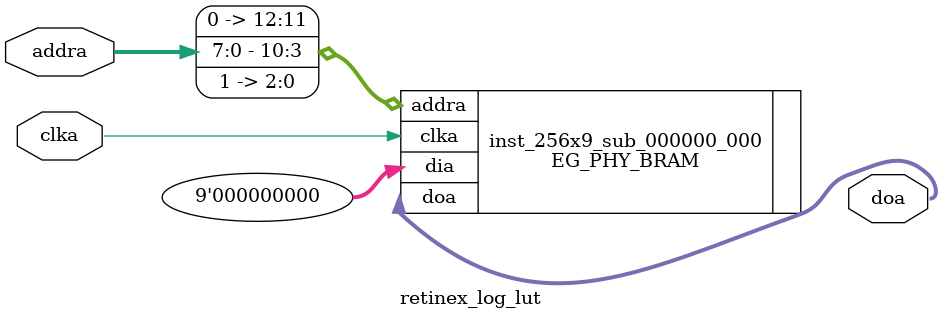
<source format=v>

`timescale 1ns / 1ps
module retinex_log_lut  // al_ip/retinex_log_lut.v(14)
  (
  addra,
  clka,
  doa
  );

  input [7:0] addra;  // al_ip/retinex_log_lut.v(18)
  input clka;  // al_ip/retinex_log_lut.v(19)
  output [8:0] doa;  // al_ip/retinex_log_lut.v(16)


  EG_PHY_CONFIG #(
    .DONE_PERSISTN("ENABLE"),
    .INIT_PERSISTN("ENABLE"),
    .JTAG_PERSISTN("DISABLE"),
    .PROGRAMN_PERSISTN("DISABLE"))
    config_inst ();
  // address_offset=0;data_offset=0;depth=256;width=9;num_section=1;width_per_section=9;section_size=9;working_depth=1024;working_width=9;address_step=1;bytes_in_per_section=1;
  EG_PHY_BRAM #(
    .CEAMUX("1"),
    .CEBMUX("0"),
    .CLKBMUX("0"),
    .CSA0("1"),
    .CSA1("1"),
    .CSA2("1"),
    .CSB0("1"),
    .CSB1("1"),
    .CSB2("1"),
    .DATA_WIDTH_A("9"),
    .DATA_WIDTH_B("9"),
    .MODE("SP8K"),
    .OCEAMUX("0"),
    .OCEBMUX("0"),
    .REGMODE_A("NOREG"),
    .REGMODE_B("NOREG"),
    .RESETMODE("SYNC"),
    .RSTAMUX("0"),
    .RSTBMUX("0"),
    .WEAMUX("0"),
    .WEBMUX("0"),
    .WRITEMODE_A("NORMAL"),
    .WRITEMODE_B("NORMAL"))
    inst_256x9_sub_000000_000 (
    .addra({2'b00,addra,3'b111}),
    .clka(clka),
    .dia(9'b000000000),
    .doa(doa));

endmodule 


</source>
